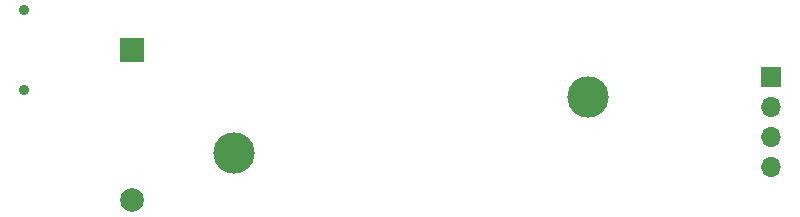
<source format=gbr>
G04 #@! TF.GenerationSoftware,KiCad,Pcbnew,(5.0.0)*
G04 #@! TF.CreationDate,2019-03-11T20:11:46-04:00*
G04 #@! TF.ProjectId,DebugAdapter,4465627567416461707465722E6B6963,rev?*
G04 #@! TF.SameCoordinates,Original*
G04 #@! TF.FileFunction,Soldermask,Bot*
G04 #@! TF.FilePolarity,Negative*
%FSLAX46Y46*%
G04 Gerber Fmt 4.6, Leading zero omitted, Abs format (unit mm)*
G04 Created by KiCad (PCBNEW (5.0.0)) date 03/11/19 20:11:46*
%MOMM*%
%LPD*%
G01*
G04 APERTURE LIST*
%ADD10R,2.000000X2.000000*%
%ADD11C,2.000000*%
%ADD12C,3.500000*%
%ADD13R,1.700000X1.700000*%
%ADD14O,1.700000X1.700000*%
%ADD15C,0.900000*%
G04 APERTURE END LIST*
D10*
G04 #@! TO.C,BT1*
X109220000Y-81788000D03*
D11*
X109220000Y-94488000D03*
D12*
X117856000Y-90487500D03*
X147828000Y-85750400D03*
G04 #@! TD*
D13*
G04 #@! TO.C,J2*
X163322000Y-84074000D03*
D14*
X163322000Y-86614000D03*
X163322000Y-89154000D03*
X163322000Y-91694000D03*
G04 #@! TD*
D15*
G04 #@! TO.C,SW1*
X100076000Y-78388000D03*
X100076000Y-85188000D03*
G04 #@! TD*
M02*

</source>
